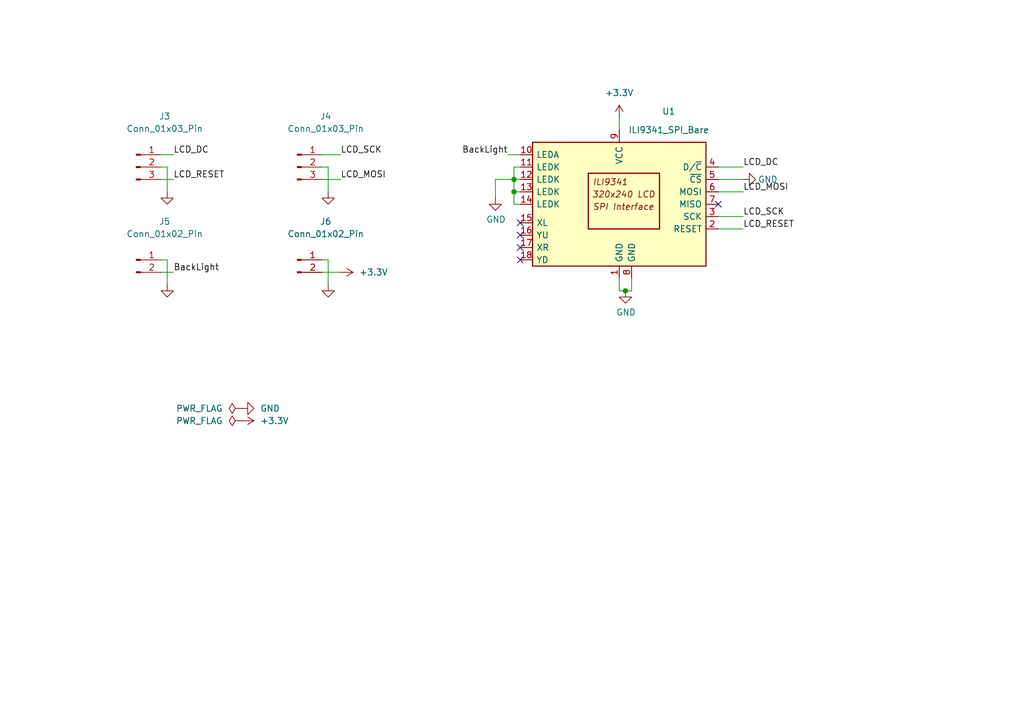
<source format=kicad_sch>
(kicad_sch (version 20231120) (generator "eeschema") (generator_version "8.0")
  (paper "A5")
  (lib_symbols
    (symbol "Connector:Conn_01x02_Pin" (pin_names (offset 1.016) hide)
      (property "Reference" "J" (at 0 2.54 0))
      (property "Value" "Conn_01x02_Pin" (at 0 -5.08 0))
      (symbol "Conn_01x02_Pin_1_1"
        (polyline (pts (xy 1.27 -2.54) (xy 0.8636 -2.54)) (stroke (width 0.1524)))
        (polyline (pts (xy 1.27 0) (xy 0.8636 0)) (stroke (width 0.1524)))
        (rectangle (start 0.8636 -2.413) (end 0 -2.667) (stroke (width 0.1524)) (fill (type outline)))
        (rectangle (start 0.8636 0.127) (end 0 -0.127) (stroke (width 0.1524)) (fill (type outline)))
        (pin passive line (at 5.08 0 180) (length 3.81) (name "Pin_1") (number "1"))
        (pin passive line (at 5.08 -2.54 180) (length 3.81) (name "Pin_2") (number "2"))
      )
    )
    (symbol "Connector:Conn_01x03_Pin" (pin_names (offset 1.016) hide)
      (property "Reference" "J" (at 0 5.08 0))
      (property "Value" "Conn_01x03_Pin" (at 0 -5.08 0))
      (symbol "Conn_01x03_Pin_1_1"
        (polyline (pts (xy 1.27 -2.54) (xy 0.8636 -2.54)) (stroke (width 0.1524)))
        (polyline (pts (xy 1.27 0) (xy 0.8636 0)) (stroke (width 0.1524)))
        (polyline (pts (xy 1.27 2.54) (xy 0.8636 2.54)) (stroke (width 0.1524)))
        (rectangle (start 0.8636 -2.413) (end 0 -2.667) (stroke (width 0.1524)) (fill (type outline)))
        (rectangle (start 0.8636 0.127) (end 0 -0.127) (stroke (width 0.1524)) (fill (type outline)))
        (rectangle (start 0.8636 2.667) (end 0 2.413) (stroke (width 0.1524)) (fill (type outline)))
        (pin passive line (at 5.08 2.54 180) (length 3.81) (name "Pin_1") (number "1"))
        (pin passive line (at 5.08 0 180) (length 3.81) (name "Pin_2") (number "2"))
        (pin passive line (at 5.08 -2.54 180) (length 3.81) (name "Pin_3") (number "3"))
      )
    )
    (symbol "ili9341_spi:ILI9341_SPI_Bare" (pin_names (offset 0.762))
      (property "Reference" "U" (at -17.526 13.97 0))
      (property "Value" "ILI9341_SPI_Bare" (at 1.905 13.97 0))
      (symbol "ILI9341_SPI_Bare_0_0"
        (text "320x240 LCD" (at 0.889 2.032 0) (effects (font (size 1.27 1.27) (italic yes))))
        (text "ILI9341" (at -5.461 4.572 0) (effects (font (size 1.27 1.27) (italic yes)) (justify left)))
        (text "SPI Interface" (at -5.461 -0.508 0) (effects (font (size 1.27 1.27) (italic yes)) (justify left)))
      )
      (symbol "ILI9341_SPI_Bare_0_1"
        (rectangle (start -17.78 12.7) (end 17.78 -12.7) (stroke (width 0.254)) (fill (type background)))
        (rectangle (start -6.35 6.35) (end 8.255 -5.08) (stroke (width 0.254)))
      )
      (symbol "ILI9341_SPI_Bare_1_1"
        (pin power_in line (at 0 -15.24 90) (length 2.54) (name "GND") (number "1"))
        (pin input line (at -20.32 10.16 0) (length 2.54) (name "LEDA") (number "10"))
        (pin input line (at -20.32 7.62 0) (length 2.54) (name "LEDK") (number "11"))
        (pin input line (at -20.32 5.08 0) (length 2.54) (name "LEDK") (number "12"))
        (pin input line (at -20.32 2.54 0) (length 2.54) (name "LEDK") (number "13"))
        (pin input line (at -20.32 0 0) (length 2.54) (name "LEDK") (number "14"))
        (pin input line (at -20.32 -3.81 0) (length 2.54) (name "XL") (number "15"))
        (pin input line (at -20.32 -6.35 0) (length 2.54) (name "YU") (number "16"))
        (pin input line (at -20.32 -8.89 0) (length 2.54) (name "XR") (number "17"))
        (pin input line (at -20.32 -11.43 0) (length 2.54) (name "YD") (number "18"))
        (pin input line (at 20.32 -5.08 180) (length 2.54) (name "RESET") (number "2"))
        (pin input line (at 20.32 -2.54 180) (length 2.54) (name "SCK") (number "3"))
        (pin input line (at 20.32 7.62 180) (length 2.54) (name "D/~{C}") (number "4"))
        (pin input line (at 20.32 5.08 180) (length 2.54) (name "~{CS}") (number "5"))
        (pin input line (at 20.32 2.54 180) (length 2.54) (name "MOSI") (number "6"))
        (pin output line (at 20.32 0 180) (length 2.54) (name "MISO") (number "7"))
        (pin power_in line (at 2.54 -15.24 90) (length 2.54) (name "GND") (number "8"))
        (pin power_in line (at 0 15.24 270) (length 2.54) (name "VCC") (number "9"))
      )
    )
    (symbol "power:+3.3V" (power) (pin_numbers hide) (pin_names (offset 0) hide)
      (property "Value" "+3.3V" (at 0 3.556 0))
      (symbol "+3.3V_0_1"
        (polyline (pts (xy -0.762 1.27) (xy 0 2.54)))
        (polyline (pts (xy 0 0) (xy 0 2.54)))
        (polyline (pts (xy 0 2.54) (xy 0.762 1.27)))
      )
      (symbol "+3.3V_1_1"
        (pin power_in line (at 0 0 90) (length 0) (name "~") (number "1"))
      )
    )
    (symbol "power:GND" (power) (pin_numbers hide) (pin_names (offset 0) hide)
      (property "Value" "GND" (at 0 -3.81 0))
      (symbol "GND_0_1"
        (polyline (pts (xy 0 0) (xy 0 -1.27) (xy 1.27 -1.27) (xy 0 -2.54) (xy -1.27 -1.27) (xy 0 -1.27)))
      )
      (symbol "GND_1_1"
        (pin power_in line (at 0 0 270) (length 0) (name "~") (number "1"))
      )
    )
    (symbol "power:PWR_FLAG" (power) (pin_numbers hide) (pin_names (offset 0) hide)
      (property "Value" "PWR_FLAG" (at 0 3.81 0))
      (symbol "PWR_FLAG_0_0"
        (pin power_out line (at 0 0 90) (length 0) (name "~") (number "1"))
      )
      (symbol "PWR_FLAG_0_1"
        (polyline (pts (xy 0 0) (xy 0 1.27) (xy -1.016 1.905) (xy 0 2.54) (xy 1.016 1.905) (xy 0 1.27)))
      )
    )
  )
  (junction (at 105.41 39.37))
  (junction (at 105.41 36.83))
  (junction (at 128.27 59.69))
  (no_connect (at 106.68 48.26))
  (no_connect (at 106.68 50.8))
  (no_connect (at 147.32 41.91))
  (no_connect (at 106.68 45.72))
  (no_connect (at 106.68 53.34))
  (wire (pts (xy 66.04 53.34) (xy 67.31 53.34)))
  (wire (pts (xy 129.54 59.69) (xy 129.54 57.15)))
  (wire (pts (xy 101.6 36.83) (xy 105.41 36.83)))
  (wire (pts (xy 35.56 55.88) (xy 33.02 55.88)))
  (wire (pts (xy 67.31 34.29) (xy 67.31 39.37)))
  (wire (pts (xy 106.68 41.91) (xy 105.41 41.91)))
  (wire (pts (xy 147.32 39.37) (xy 152.4 39.37)))
  (wire (pts (xy 66.04 31.75) (xy 69.85 31.75)))
  (wire (pts (xy 33.02 36.83) (xy 35.56 36.83)))
  (wire (pts (xy 69.85 55.88) (xy 66.04 55.88)))
  (wire (pts (xy 127 24.13) (xy 127 26.67)))
  (wire (pts (xy 34.29 53.34) (xy 34.29 58.42)))
  (wire (pts (xy 127 59.69) (xy 128.27 59.69)))
  (wire (pts (xy 147.32 36.83) (xy 152.4 36.83)))
  (wire (pts (xy 147.32 44.45) (xy 152.4 44.45)))
  (wire (pts (xy 147.32 46.99) (xy 152.4 46.99)))
  (wire (pts (xy 33.02 31.75) (xy 35.56 31.75)))
  (wire (pts (xy 105.41 41.91) (xy 105.41 39.37)))
  (wire (pts (xy 147.32 34.29) (xy 152.4 34.29)))
  (wire (pts (xy 127 57.15) (xy 127 59.69)))
  (wire (pts (xy 33.02 53.34) (xy 34.29 53.34)))
  (wire (pts (xy 33.02 34.29) (xy 34.29 34.29)))
  (wire (pts (xy 34.29 34.29) (xy 34.29 39.37)))
  (wire (pts (xy 105.41 36.83) (xy 106.68 36.83)))
  (wire (pts (xy 105.41 36.83) (xy 105.41 39.37)))
  (wire (pts (xy 66.04 34.29) (xy 67.31 34.29)))
  (wire (pts (xy 128.27 59.69) (xy 129.54 59.69)))
  (wire (pts (xy 105.41 39.37) (xy 106.68 39.37)))
  (wire (pts (xy 106.68 34.29) (xy 105.41 34.29)))
  (wire (pts (xy 104.14 31.75) (xy 106.68 31.75)))
  (wire (pts (xy 105.41 34.29) (xy 105.41 36.83)))
  (wire (pts (xy 69.85 36.83) (xy 66.04 36.83)))
  (wire (pts (xy 101.6 36.83) (xy 101.6 40.64)))
  (wire (pts (xy 67.31 53.34) (xy 67.31 58.42)))
  (label "LCD_MOSI" (at 152.4 39.37 0))
  (label "BackLight" (at 104.14 31.75 180))
  (label "LCD_SCK" (at 152.4 44.45 0))
  (label "LCD_DC" (at 35.56 31.75 0))
  (label "LCD_SCK" (at 69.85 31.75 0))
  (label "LCD_RESET" (at 152.4 46.99 0))
  (label "LCD_MOSI" (at 69.85 36.83 0))
  (label "LCD_RESET" (at 35.56 36.83 0))
  (label "LCD_DC" (at 152.4 34.29 0))
  (label "BackLight" (at 35.56 55.88 0))
  (symbol (lib_id "power:GND") (at 49.53 83.82 90) (unit 1)
    (property "Reference" "#PWR048" (effects (hide yes)))
    (property "Value" "GND" (at 53.34 83.8199 90) (effects (justify right)))
    (property "Description" "Power symbol creates a global label with name \"GND\" , ground" (effects (hide yes)))
  )
  (symbol (lib_id "power:GND") (at 128.27 59.69 0) (unit 1)
    (property "Reference" "#PWR08" (effects (hide yes)))
    (property "Value" "GND" (at 128.397 64.0842 0))
    (property "Description" "Power symbol creates a global label with name \"GND\" , ground" (effects (hide yes)))
  )
  (symbol (lib_id "ili9341_spi:ILI9341_SPI_Bare") (at 127 41.91 0) (unit 1)
    (property "Reference" "U1" (at 137.16 22.86 0))
    (property "Value" "ILI9341_SPI_Bare" (at 137.16 26.67 0))
    (property "Footprint" "Custom_Footprints:18x0.8mmLCDConnector" (effects (hide yes)))
    (property "Datasheet" "http://pan.baidu.com/s/11Y990" (effects (hide yes)))
    (property "Description" "ILI9341 controller, SPI TFT LCD Display, 9-pin breakout PCB, 4-pin SD card interface, 5V/3.3V" (effects (hide yes)))
  )
  (symbol (lib_id "power:GND") (at 152.4 36.83 90) (unit 1)
    (property "Reference" "#PWR09" (effects (hide yes)))
    (property "Value" "GND" (at 157.48 36.83 90))
    (property "Description" "Power symbol creates a global label with name \"GND\" , ground" (effects (hide yes)))
  )
  (symbol (lib_id "power:+3.3V") (at 127 24.13 0) (unit 1)
    (property "Reference" "#PWR03" (effects (hide yes)))
    (property "Value" "+3.3V" (at 127 19.05 0))
    (property "Description" "Power symbol creates a global label with name \"+3.3V\"" (effects (hide yes)))
  )
  (symbol (lib_id "Connector:Conn_01x03_Pin") (at 27.94 34.29 0) (unit 1)
    (property "Reference" "J3" (at 33.782 23.876 0))
    (property "Value" "Conn_01x03_Pin" (at 33.782 26.416 0))
    (property "Footprint" "Connector_PinHeader_2.54mm:PinHeader_1x03_P2.54mm_Vertical" (effects (hide yes)))
    (property "Description" "Generic connector, single row, 01x03, script generated" (effects (hide yes)))
  )
  (symbol (lib_id "power:GND") (at 67.31 58.42 0) (unit 1)
    (property "Reference" "#PWR014" (effects (hide yes)))
    (property "Value" "GND" (effects (hide yes)))
    (property "Description" "Power symbol creates a global label with name \"GND\" , ground" (effects (hide yes)))
  )
  (symbol (lib_id "power:+3.3V") (at 49.53 86.36 270) (unit 1)
    (property "Reference" "#PWR02" (effects (hide yes)))
    (property "Value" "+3.3V" (at 53.34 86.3599 90) (effects (justify left)))
    (property "Description" "Power symbol creates a global label with name \"+3.3V\"" (effects (hide yes)))
  )
  (symbol (lib_id "Connector:Conn_01x03_Pin") (at 60.96 34.29 0) (unit 1)
    (property "Reference" "J4" (at 66.802 23.876 0))
    (property "Value" "Conn_01x03_Pin" (at 66.802 26.416 0))
    (property "Footprint" "Connector_PinHeader_2.54mm:PinHeader_1x03_P2.54mm_Vertical" (effects (hide yes)))
    (property "Description" "Generic connector, single row, 01x03, script generated" (effects (hide yes)))
  )
  (symbol (lib_id "power:GND") (at 101.6 40.64 0) (unit 1)
    (property "Reference" "#PWR01" (effects (hide yes)))
    (property "Value" "GND" (at 101.727 45.0342 0))
    (property "Description" "Power symbol creates a global label with name \"GND\" , ground" (effects (hide yes)))
  )
  (symbol (lib_id "Connector:Conn_01x02_Pin") (at 27.94 53.34 0) (unit 1)
    (property "Reference" "J5" (at 33.782 45.466 0))
    (property "Value" "Conn_01x02_Pin" (at 33.782 48.006 0))
    (property "Footprint" "Connector_PinHeader_2.54mm:PinHeader_1x02_P2.54mm_Vertical" (effects (hide yes)))
    (property "Description" "Generic connector, single row, 01x02, script generated" (effects (hide yes)))
  )
  (symbol (lib_id "power:GND") (at 67.31 39.37 0) (unit 1)
    (property "Reference" "#PWR013" (effects (hide yes)))
    (property "Value" "GND" (effects (hide yes)))
    (property "Description" "Power symbol creates a global label with name \"GND\" , ground" (effects (hide yes)))
  )
  (symbol (lib_id "power:+3.3V") (at 69.85 55.88 270) (unit 1)
    (property "Reference" "#PWR015" (effects (hide yes)))
    (property "Value" "+3.3V" (at 73.66 55.8799 90) (effects (justify left)))
    (property "Description" "Power symbol creates a global label with name \"+3.3V\"" (effects (hide yes)))
  )
  (symbol (lib_id "Connector:Conn_01x02_Pin") (at 60.96 53.34 0) (unit 1)
    (property "Reference" "J6" (at 66.802 45.466 0))
    (property "Value" "Conn_01x02_Pin" (at 66.802 48.006 0))
    (property "Footprint" "Connector_PinHeader_2.54mm:PinHeader_1x02_P2.54mm_Vertical" (effects (hide yes)))
    (property "Description" "Generic connector, single row, 01x02, script generated" (effects (hide yes)))
  )
  (symbol (lib_id "power:PWR_FLAG") (at 49.53 83.82 90) (unit 1)
    (property "Reference" "#FLG01" (effects (hide yes)))
    (property "Value" "PWR_FLAG" (at 45.72 83.8199 90) (effects (justify left)))
    (property "Description" "Special symbol for telling ERC where power comes from" (effects (hide yes)))
  )
  (symbol (lib_id "power:GND") (at 34.29 39.37 0) (unit 1)
    (property "Reference" "#PWR05" (effects (hide yes)))
    (property "Value" "GND" (effects (hide yes)))
    (property "Description" "Power symbol creates a global label with name \"GND\" , ground" (effects (hide yes)))
  )
  (symbol (lib_id "power:PWR_FLAG") (at 49.53 86.36 90) (unit 1)
    (property "Reference" "#FLG02" (effects (hide yes)))
    (property "Value" "PWR_FLAG" (at 45.72 86.3599 90) (effects (justify left)))
    (property "Description" "Special symbol for telling ERC where power comes from" (effects (hide yes)))
  )
  (symbol (lib_id "power:GND") (at 34.29 58.42 0) (unit 1)
    (property "Reference" "#PWR011" (effects (hide yes)))
    (property "Value" "GND" (effects (hide yes)))
    (property "Description" "Power symbol creates a global label with name \"GND\" , ground" (effects (hide yes)))
  )
)
</source>
